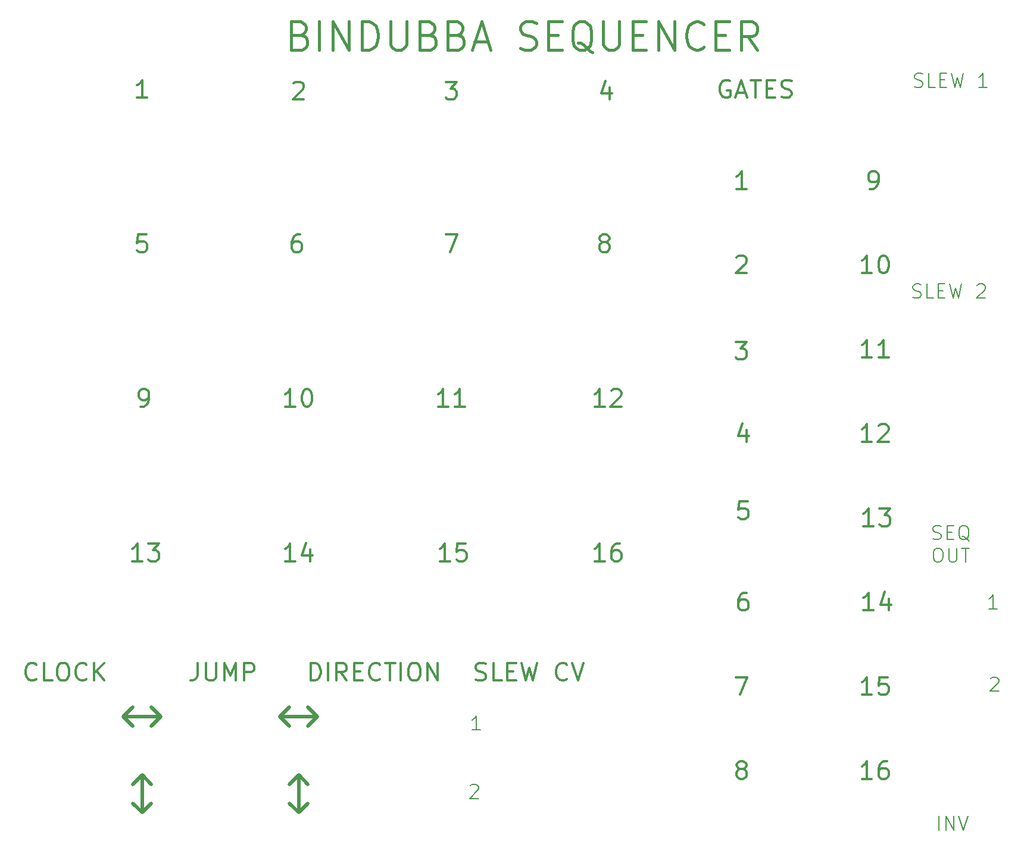
<source format=gbr>
G04 #@! TF.GenerationSoftware,KiCad,Pcbnew,(5.1.5-0)*
G04 #@! TF.CreationDate,2021-01-20T17:00:23-08:00*
G04 #@! TF.ProjectId,bindubba,62696e64-7562-4626-912e-6b696361645f,rev?*
G04 #@! TF.SameCoordinates,Original*
G04 #@! TF.FileFunction,Legend,Top*
G04 #@! TF.FilePolarity,Positive*
%FSLAX46Y46*%
G04 Gerber Fmt 4.6, Leading zero omitted, Abs format (unit mm)*
G04 Created by KiCad (PCBNEW (5.1.5-0)) date 2021-01-20 17:00:23*
%MOMM*%
%LPD*%
G04 APERTURE LIST*
%ADD10C,0.300000*%
%ADD11C,0.200000*%
%ADD12C,0.500000*%
%ADD13C,0.400000*%
G04 APERTURE END LIST*
D10*
X101809523Y-10500000D02*
X101571428Y-10380952D01*
X101214285Y-10380952D01*
X100857142Y-10500000D01*
X100619047Y-10738095D01*
X100500000Y-10976190D01*
X100380952Y-11452380D01*
X100380952Y-11809523D01*
X100500000Y-12285714D01*
X100619047Y-12523809D01*
X100857142Y-12761904D01*
X101214285Y-12880952D01*
X101452380Y-12880952D01*
X101809523Y-12761904D01*
X101928571Y-12642857D01*
X101928571Y-11809523D01*
X101452380Y-11809523D01*
X102880952Y-12166666D02*
X104071428Y-12166666D01*
X102642857Y-12880952D02*
X103476190Y-10380952D01*
X104309523Y-12880952D01*
X104785714Y-10380952D02*
X106214285Y-10380952D01*
X105500000Y-12880952D02*
X105500000Y-10380952D01*
X107047619Y-11571428D02*
X107880952Y-11571428D01*
X108238095Y-12880952D02*
X107047619Y-12880952D01*
X107047619Y-10380952D01*
X108238095Y-10380952D01*
X109190476Y-12761904D02*
X109547619Y-12880952D01*
X110142857Y-12880952D01*
X110380952Y-12761904D01*
X110500000Y-12642857D01*
X110619047Y-12404761D01*
X110619047Y-12166666D01*
X110500000Y-11928571D01*
X110380952Y-11809523D01*
X110142857Y-11690476D01*
X109666666Y-11571428D01*
X109428571Y-11452380D01*
X109309523Y-11333333D01*
X109190476Y-11095238D01*
X109190476Y-10857142D01*
X109309523Y-10619047D01*
X109428571Y-10500000D01*
X109666666Y-10380952D01*
X110261904Y-10380952D01*
X110619047Y-10500000D01*
D11*
X128107142Y-11309523D02*
X128392857Y-11404761D01*
X128869047Y-11404761D01*
X129059523Y-11309523D01*
X129154761Y-11214285D01*
X129250000Y-11023809D01*
X129250000Y-10833333D01*
X129154761Y-10642857D01*
X129059523Y-10547619D01*
X128869047Y-10452380D01*
X128488095Y-10357142D01*
X128297619Y-10261904D01*
X128202380Y-10166666D01*
X128107142Y-9976190D01*
X128107142Y-9785714D01*
X128202380Y-9595238D01*
X128297619Y-9500000D01*
X128488095Y-9404761D01*
X128964285Y-9404761D01*
X129250000Y-9500000D01*
X131059523Y-11404761D02*
X130107142Y-11404761D01*
X130107142Y-9404761D01*
X131726190Y-10357142D02*
X132392857Y-10357142D01*
X132678571Y-11404761D02*
X131726190Y-11404761D01*
X131726190Y-9404761D01*
X132678571Y-9404761D01*
X133345238Y-9404761D02*
X133821428Y-11404761D01*
X134202380Y-9976190D01*
X134583333Y-11404761D01*
X135059523Y-9404761D01*
X138392857Y-11404761D02*
X137250000Y-11404761D01*
X137821428Y-11404761D02*
X137821428Y-9404761D01*
X137630952Y-9690476D01*
X137440476Y-9880952D01*
X137250000Y-9976190D01*
X127857142Y-41309523D02*
X128142857Y-41404761D01*
X128619047Y-41404761D01*
X128809523Y-41309523D01*
X128904761Y-41214285D01*
X129000000Y-41023809D01*
X129000000Y-40833333D01*
X128904761Y-40642857D01*
X128809523Y-40547619D01*
X128619047Y-40452380D01*
X128238095Y-40357142D01*
X128047619Y-40261904D01*
X127952380Y-40166666D01*
X127857142Y-39976190D01*
X127857142Y-39785714D01*
X127952380Y-39595238D01*
X128047619Y-39500000D01*
X128238095Y-39404761D01*
X128714285Y-39404761D01*
X129000000Y-39500000D01*
X130809523Y-41404761D02*
X129857142Y-41404761D01*
X129857142Y-39404761D01*
X131476190Y-40357142D02*
X132142857Y-40357142D01*
X132428571Y-41404761D02*
X131476190Y-41404761D01*
X131476190Y-39404761D01*
X132428571Y-39404761D01*
X133095238Y-39404761D02*
X133571428Y-41404761D01*
X133952380Y-39976190D01*
X134333333Y-41404761D01*
X134809523Y-39404761D01*
X137000000Y-39595238D02*
X137095238Y-39500000D01*
X137285714Y-39404761D01*
X137761904Y-39404761D01*
X137952380Y-39500000D01*
X138047619Y-39595238D01*
X138142857Y-39785714D01*
X138142857Y-39976190D01*
X138047619Y-40261904D01*
X136904761Y-41404761D01*
X138142857Y-41404761D01*
X131595238Y-117154761D02*
X131595238Y-115154761D01*
X132547619Y-117154761D02*
X132547619Y-115154761D01*
X133690476Y-117154761D01*
X133690476Y-115154761D01*
X134357142Y-115154761D02*
X135023809Y-117154761D01*
X135690476Y-115154761D01*
X130726190Y-75709523D02*
X131011904Y-75804761D01*
X131488095Y-75804761D01*
X131678571Y-75709523D01*
X131773809Y-75614285D01*
X131869047Y-75423809D01*
X131869047Y-75233333D01*
X131773809Y-75042857D01*
X131678571Y-74947619D01*
X131488095Y-74852380D01*
X131107142Y-74757142D01*
X130916666Y-74661904D01*
X130821428Y-74566666D01*
X130726190Y-74376190D01*
X130726190Y-74185714D01*
X130821428Y-73995238D01*
X130916666Y-73900000D01*
X131107142Y-73804761D01*
X131583333Y-73804761D01*
X131869047Y-73900000D01*
X132726190Y-74757142D02*
X133392857Y-74757142D01*
X133678571Y-75804761D02*
X132726190Y-75804761D01*
X132726190Y-73804761D01*
X133678571Y-73804761D01*
X135869047Y-75995238D02*
X135678571Y-75900000D01*
X135488095Y-75709523D01*
X135202380Y-75423809D01*
X135011904Y-75328571D01*
X134821428Y-75328571D01*
X134916666Y-75804761D02*
X134726190Y-75709523D01*
X134535714Y-75519047D01*
X134440476Y-75138095D01*
X134440476Y-74471428D01*
X134535714Y-74090476D01*
X134726190Y-73900000D01*
X134916666Y-73804761D01*
X135297619Y-73804761D01*
X135488095Y-73900000D01*
X135678571Y-74090476D01*
X135773809Y-74471428D01*
X135773809Y-75138095D01*
X135678571Y-75519047D01*
X135488095Y-75709523D01*
X135297619Y-75804761D01*
X134916666Y-75804761D01*
X131250000Y-77004761D02*
X131630952Y-77004761D01*
X131821428Y-77100000D01*
X132011904Y-77290476D01*
X132107142Y-77671428D01*
X132107142Y-78338095D01*
X132011904Y-78719047D01*
X131821428Y-78909523D01*
X131630952Y-79004761D01*
X131250000Y-79004761D01*
X131059523Y-78909523D01*
X130869047Y-78719047D01*
X130773809Y-78338095D01*
X130773809Y-77671428D01*
X130869047Y-77290476D01*
X131059523Y-77100000D01*
X131250000Y-77004761D01*
X132964285Y-77004761D02*
X132964285Y-78623809D01*
X133059523Y-78814285D01*
X133154761Y-78909523D01*
X133345238Y-79004761D01*
X133726190Y-79004761D01*
X133916666Y-78909523D01*
X134011904Y-78814285D01*
X134107142Y-78623809D01*
X134107142Y-77004761D01*
X134773809Y-77004761D02*
X135916666Y-77004761D01*
X135345238Y-79004761D02*
X135345238Y-77004761D01*
X139821428Y-85654761D02*
X138678571Y-85654761D01*
X139250000Y-85654761D02*
X139250000Y-83654761D01*
X139059523Y-83940476D01*
X138869047Y-84130952D01*
X138678571Y-84226190D01*
X138928571Y-95595238D02*
X139023809Y-95500000D01*
X139214285Y-95404761D01*
X139690476Y-95404761D01*
X139880952Y-95500000D01*
X139976190Y-95595238D01*
X140071428Y-95785714D01*
X140071428Y-95976190D01*
X139976190Y-96261904D01*
X138833333Y-97404761D01*
X140071428Y-97404761D01*
D10*
X103261904Y-108452380D02*
X103023809Y-108333333D01*
X102904761Y-108214285D01*
X102785714Y-107976190D01*
X102785714Y-107857142D01*
X102904761Y-107619047D01*
X103023809Y-107500000D01*
X103261904Y-107380952D01*
X103738095Y-107380952D01*
X103976190Y-107500000D01*
X104095238Y-107619047D01*
X104214285Y-107857142D01*
X104214285Y-107976190D01*
X104095238Y-108214285D01*
X103976190Y-108333333D01*
X103738095Y-108452380D01*
X103261904Y-108452380D01*
X103023809Y-108571428D01*
X102904761Y-108690476D01*
X102785714Y-108928571D01*
X102785714Y-109404761D01*
X102904761Y-109642857D01*
X103023809Y-109761904D01*
X103261904Y-109880952D01*
X103738095Y-109880952D01*
X103976190Y-109761904D01*
X104095238Y-109642857D01*
X104214285Y-109404761D01*
X104214285Y-108928571D01*
X104095238Y-108690476D01*
X103976190Y-108571428D01*
X103738095Y-108452380D01*
X102666666Y-95380952D02*
X104333333Y-95380952D01*
X103261904Y-97880952D01*
X104226190Y-83380952D02*
X103750000Y-83380952D01*
X103511904Y-83500000D01*
X103392857Y-83619047D01*
X103154761Y-83976190D01*
X103035714Y-84452380D01*
X103035714Y-85404761D01*
X103154761Y-85642857D01*
X103273809Y-85761904D01*
X103511904Y-85880952D01*
X103988095Y-85880952D01*
X104226190Y-85761904D01*
X104345238Y-85642857D01*
X104464285Y-85404761D01*
X104464285Y-84809523D01*
X104345238Y-84571428D01*
X104226190Y-84452380D01*
X103988095Y-84333333D01*
X103511904Y-84333333D01*
X103273809Y-84452380D01*
X103154761Y-84571428D01*
X103035714Y-84809523D01*
X104345238Y-70380952D02*
X103154761Y-70380952D01*
X103035714Y-71571428D01*
X103154761Y-71452380D01*
X103392857Y-71333333D01*
X103988095Y-71333333D01*
X104226190Y-71452380D01*
X104345238Y-71571428D01*
X104464285Y-71809523D01*
X104464285Y-72404761D01*
X104345238Y-72642857D01*
X104226190Y-72761904D01*
X103988095Y-72880952D01*
X103392857Y-72880952D01*
X103154761Y-72761904D01*
X103035714Y-72642857D01*
X104226190Y-60214285D02*
X104226190Y-61880952D01*
X103630952Y-59261904D02*
X103035714Y-61047619D01*
X104583333Y-61047619D01*
X102666666Y-47630952D02*
X104214285Y-47630952D01*
X103380952Y-48583333D01*
X103738095Y-48583333D01*
X103976190Y-48702380D01*
X104095238Y-48821428D01*
X104214285Y-49059523D01*
X104214285Y-49654761D01*
X104095238Y-49892857D01*
X103976190Y-50011904D01*
X103738095Y-50130952D01*
X103023809Y-50130952D01*
X102785714Y-50011904D01*
X102666666Y-49892857D01*
X102785714Y-35619047D02*
X102904761Y-35500000D01*
X103142857Y-35380952D01*
X103738095Y-35380952D01*
X103976190Y-35500000D01*
X104095238Y-35619047D01*
X104214285Y-35857142D01*
X104214285Y-36095238D01*
X104095238Y-36452380D01*
X102666666Y-37880952D01*
X104214285Y-37880952D01*
X104214285Y-25880952D02*
X102785714Y-25880952D01*
X103500000Y-25880952D02*
X103500000Y-23380952D01*
X103261904Y-23738095D01*
X103023809Y-23976190D01*
X102785714Y-24095238D01*
X121773809Y-25880952D02*
X122250000Y-25880952D01*
X122488095Y-25761904D01*
X122607142Y-25642857D01*
X122845238Y-25285714D01*
X122964285Y-24809523D01*
X122964285Y-23857142D01*
X122845238Y-23619047D01*
X122726190Y-23500000D01*
X122488095Y-23380952D01*
X122011904Y-23380952D01*
X121773809Y-23500000D01*
X121654761Y-23619047D01*
X121535714Y-23857142D01*
X121535714Y-24452380D01*
X121654761Y-24690476D01*
X121773809Y-24809523D01*
X122011904Y-24928571D01*
X122488095Y-24928571D01*
X122726190Y-24809523D01*
X122845238Y-24690476D01*
X122964285Y-24452380D01*
X122023809Y-37880952D02*
X120595238Y-37880952D01*
X121309523Y-37880952D02*
X121309523Y-35380952D01*
X121071428Y-35738095D01*
X120833333Y-35976190D01*
X120595238Y-36095238D01*
X123571428Y-35380952D02*
X123809523Y-35380952D01*
X124047619Y-35500000D01*
X124166666Y-35619047D01*
X124285714Y-35857142D01*
X124404761Y-36333333D01*
X124404761Y-36928571D01*
X124285714Y-37404761D01*
X124166666Y-37642857D01*
X124047619Y-37761904D01*
X123809523Y-37880952D01*
X123571428Y-37880952D01*
X123333333Y-37761904D01*
X123214285Y-37642857D01*
X123095238Y-37404761D01*
X122976190Y-36928571D01*
X122976190Y-36333333D01*
X123095238Y-35857142D01*
X123214285Y-35619047D01*
X123333333Y-35500000D01*
X123571428Y-35380952D01*
X122023809Y-49880952D02*
X120595238Y-49880952D01*
X121309523Y-49880952D02*
X121309523Y-47380952D01*
X121071428Y-47738095D01*
X120833333Y-47976190D01*
X120595238Y-48095238D01*
X124404761Y-49880952D02*
X122976190Y-49880952D01*
X123690476Y-49880952D02*
X123690476Y-47380952D01*
X123452380Y-47738095D01*
X123214285Y-47976190D01*
X122976190Y-48095238D01*
X122023809Y-61880952D02*
X120595238Y-61880952D01*
X121309523Y-61880952D02*
X121309523Y-59380952D01*
X121071428Y-59738095D01*
X120833333Y-59976190D01*
X120595238Y-60095238D01*
X122976190Y-59619047D02*
X123095238Y-59500000D01*
X123333333Y-59380952D01*
X123928571Y-59380952D01*
X124166666Y-59500000D01*
X124285714Y-59619047D01*
X124404761Y-59857142D01*
X124404761Y-60095238D01*
X124285714Y-60452380D01*
X122857142Y-61880952D01*
X124404761Y-61880952D01*
X122273809Y-73880952D02*
X120845238Y-73880952D01*
X121559523Y-73880952D02*
X121559523Y-71380952D01*
X121321428Y-71738095D01*
X121083333Y-71976190D01*
X120845238Y-72095238D01*
X123107142Y-71380952D02*
X124654761Y-71380952D01*
X123821428Y-72333333D01*
X124178571Y-72333333D01*
X124416666Y-72452380D01*
X124535714Y-72571428D01*
X124654761Y-72809523D01*
X124654761Y-73404761D01*
X124535714Y-73642857D01*
X124416666Y-73761904D01*
X124178571Y-73880952D01*
X123464285Y-73880952D01*
X123226190Y-73761904D01*
X123107142Y-73642857D01*
X122273809Y-85880952D02*
X120845238Y-85880952D01*
X121559523Y-85880952D02*
X121559523Y-83380952D01*
X121321428Y-83738095D01*
X121083333Y-83976190D01*
X120845238Y-84095238D01*
X124416666Y-84214285D02*
X124416666Y-85880952D01*
X123821428Y-83261904D02*
X123226190Y-85047619D01*
X124773809Y-85047619D01*
X122023809Y-97880952D02*
X120595238Y-97880952D01*
X121309523Y-97880952D02*
X121309523Y-95380952D01*
X121071428Y-95738095D01*
X120833333Y-95976190D01*
X120595238Y-96095238D01*
X124285714Y-95380952D02*
X123095238Y-95380952D01*
X122976190Y-96571428D01*
X123095238Y-96452380D01*
X123333333Y-96333333D01*
X123928571Y-96333333D01*
X124166666Y-96452380D01*
X124285714Y-96571428D01*
X124404761Y-96809523D01*
X124404761Y-97404761D01*
X124285714Y-97642857D01*
X124166666Y-97761904D01*
X123928571Y-97880952D01*
X123333333Y-97880952D01*
X123095238Y-97761904D01*
X122976190Y-97642857D01*
X122023809Y-109880952D02*
X120595238Y-109880952D01*
X121309523Y-109880952D02*
X121309523Y-107380952D01*
X121071428Y-107738095D01*
X120833333Y-107976190D01*
X120595238Y-108095238D01*
X124166666Y-107380952D02*
X123690476Y-107380952D01*
X123452380Y-107500000D01*
X123333333Y-107619047D01*
X123095238Y-107976190D01*
X122976190Y-108452380D01*
X122976190Y-109404761D01*
X123095238Y-109642857D01*
X123214285Y-109761904D01*
X123452380Y-109880952D01*
X123928571Y-109880952D01*
X124166666Y-109761904D01*
X124285714Y-109642857D01*
X124404761Y-109404761D01*
X124404761Y-108809523D01*
X124285714Y-108571428D01*
X124166666Y-108452380D01*
X123928571Y-108333333D01*
X123452380Y-108333333D01*
X123214285Y-108452380D01*
X123095238Y-108571428D01*
X122976190Y-108809523D01*
D12*
X18250000Y-114666666D02*
X18250000Y-109333333D01*
X19583333Y-110666666D02*
X18250000Y-109333333D01*
X16916666Y-110666666D01*
X16916666Y-113333333D02*
X18250000Y-114666666D01*
X19583333Y-113333333D01*
X40500000Y-114666666D02*
X40500000Y-109333333D01*
X41833333Y-110666666D02*
X40500000Y-109333333D01*
X39166666Y-110666666D01*
X39166666Y-113333333D02*
X40500000Y-114666666D01*
X41833333Y-113333333D01*
X37833333Y-101000000D02*
X43166666Y-101000000D01*
X41833333Y-102333333D02*
X43166666Y-101000000D01*
X41833333Y-99666666D01*
X39166666Y-99666666D02*
X37833333Y-101000000D01*
X39166666Y-102333333D01*
X15583333Y-101000000D02*
X20916666Y-101000000D01*
X19583333Y-102333333D02*
X20916666Y-101000000D01*
X19583333Y-99666666D01*
X16916666Y-99666666D02*
X15583333Y-101000000D01*
X16916666Y-102333333D01*
D11*
X64928571Y-110845238D02*
X65023809Y-110750000D01*
X65214285Y-110654761D01*
X65690476Y-110654761D01*
X65880952Y-110750000D01*
X65976190Y-110845238D01*
X66071428Y-111035714D01*
X66071428Y-111226190D01*
X65976190Y-111511904D01*
X64833333Y-112654761D01*
X66071428Y-112654761D01*
X66321428Y-102904761D02*
X65178571Y-102904761D01*
X65750000Y-102904761D02*
X65750000Y-100904761D01*
X65559523Y-101190476D01*
X65369047Y-101380952D01*
X65178571Y-101476190D01*
D10*
X65690476Y-95761904D02*
X66047619Y-95880952D01*
X66642857Y-95880952D01*
X66880952Y-95761904D01*
X67000000Y-95642857D01*
X67119047Y-95404761D01*
X67119047Y-95166666D01*
X67000000Y-94928571D01*
X66880952Y-94809523D01*
X66642857Y-94690476D01*
X66166666Y-94571428D01*
X65928571Y-94452380D01*
X65809523Y-94333333D01*
X65690476Y-94095238D01*
X65690476Y-93857142D01*
X65809523Y-93619047D01*
X65928571Y-93500000D01*
X66166666Y-93380952D01*
X66761904Y-93380952D01*
X67119047Y-93500000D01*
X69380952Y-95880952D02*
X68190476Y-95880952D01*
X68190476Y-93380952D01*
X70214285Y-94571428D02*
X71047619Y-94571428D01*
X71404761Y-95880952D02*
X70214285Y-95880952D01*
X70214285Y-93380952D01*
X71404761Y-93380952D01*
X72238095Y-93380952D02*
X72833333Y-95880952D01*
X73309523Y-94095238D01*
X73785714Y-95880952D01*
X74380952Y-93380952D01*
X78666666Y-95642857D02*
X78547619Y-95761904D01*
X78190476Y-95880952D01*
X77952380Y-95880952D01*
X77595238Y-95761904D01*
X77357142Y-95523809D01*
X77238095Y-95285714D01*
X77119047Y-94809523D01*
X77119047Y-94452380D01*
X77238095Y-93976190D01*
X77357142Y-93738095D01*
X77595238Y-93500000D01*
X77952380Y-93380952D01*
X78190476Y-93380952D01*
X78547619Y-93500000D01*
X78666666Y-93619047D01*
X79380952Y-93380952D02*
X80214285Y-95880952D01*
X81047619Y-93380952D01*
X42202380Y-95880952D02*
X42202380Y-93380952D01*
X42797619Y-93380952D01*
X43154761Y-93500000D01*
X43392857Y-93738095D01*
X43511904Y-93976190D01*
X43630952Y-94452380D01*
X43630952Y-94809523D01*
X43511904Y-95285714D01*
X43392857Y-95523809D01*
X43154761Y-95761904D01*
X42797619Y-95880952D01*
X42202380Y-95880952D01*
X44702380Y-95880952D02*
X44702380Y-93380952D01*
X47321428Y-95880952D02*
X46488095Y-94690476D01*
X45892857Y-95880952D02*
X45892857Y-93380952D01*
X46845238Y-93380952D01*
X47083333Y-93500000D01*
X47202380Y-93619047D01*
X47321428Y-93857142D01*
X47321428Y-94214285D01*
X47202380Y-94452380D01*
X47083333Y-94571428D01*
X46845238Y-94690476D01*
X45892857Y-94690476D01*
X48392857Y-94571428D02*
X49226190Y-94571428D01*
X49583333Y-95880952D02*
X48392857Y-95880952D01*
X48392857Y-93380952D01*
X49583333Y-93380952D01*
X52083333Y-95642857D02*
X51964285Y-95761904D01*
X51607142Y-95880952D01*
X51369047Y-95880952D01*
X51011904Y-95761904D01*
X50773809Y-95523809D01*
X50654761Y-95285714D01*
X50535714Y-94809523D01*
X50535714Y-94452380D01*
X50654761Y-93976190D01*
X50773809Y-93738095D01*
X51011904Y-93500000D01*
X51369047Y-93380952D01*
X51607142Y-93380952D01*
X51964285Y-93500000D01*
X52083333Y-93619047D01*
X52797619Y-93380952D02*
X54226190Y-93380952D01*
X53511904Y-95880952D02*
X53511904Y-93380952D01*
X55059523Y-95880952D02*
X55059523Y-93380952D01*
X56726190Y-93380952D02*
X57202380Y-93380952D01*
X57440476Y-93500000D01*
X57678571Y-93738095D01*
X57797619Y-94214285D01*
X57797619Y-95047619D01*
X57678571Y-95523809D01*
X57440476Y-95761904D01*
X57202380Y-95880952D01*
X56726190Y-95880952D01*
X56488095Y-95761904D01*
X56250000Y-95523809D01*
X56130952Y-95047619D01*
X56130952Y-94214285D01*
X56250000Y-93738095D01*
X56488095Y-93500000D01*
X56726190Y-93380952D01*
X58869047Y-95880952D02*
X58869047Y-93380952D01*
X60297619Y-95880952D01*
X60297619Y-93380952D01*
X26119047Y-93380952D02*
X26119047Y-95166666D01*
X26000000Y-95523809D01*
X25761904Y-95761904D01*
X25404761Y-95880952D01*
X25166666Y-95880952D01*
X27309523Y-93380952D02*
X27309523Y-95404761D01*
X27428571Y-95642857D01*
X27547619Y-95761904D01*
X27785714Y-95880952D01*
X28261904Y-95880952D01*
X28500000Y-95761904D01*
X28619047Y-95642857D01*
X28738095Y-95404761D01*
X28738095Y-93380952D01*
X29928571Y-95880952D02*
X29928571Y-93380952D01*
X30761904Y-95166666D01*
X31595238Y-93380952D01*
X31595238Y-95880952D01*
X32785714Y-95880952D02*
X32785714Y-93380952D01*
X33738095Y-93380952D01*
X33976190Y-93500000D01*
X34095238Y-93619047D01*
X34214285Y-93857142D01*
X34214285Y-94214285D01*
X34095238Y-94452380D01*
X33976190Y-94571428D01*
X33738095Y-94690476D01*
X32785714Y-94690476D01*
X3202380Y-95642857D02*
X3083333Y-95761904D01*
X2726190Y-95880952D01*
X2488095Y-95880952D01*
X2130952Y-95761904D01*
X1892857Y-95523809D01*
X1773809Y-95285714D01*
X1654761Y-94809523D01*
X1654761Y-94452380D01*
X1773809Y-93976190D01*
X1892857Y-93738095D01*
X2130952Y-93500000D01*
X2488095Y-93380952D01*
X2726190Y-93380952D01*
X3083333Y-93500000D01*
X3202380Y-93619047D01*
X5464285Y-95880952D02*
X4273809Y-95880952D01*
X4273809Y-93380952D01*
X6773809Y-93380952D02*
X7250000Y-93380952D01*
X7488095Y-93500000D01*
X7726190Y-93738095D01*
X7845238Y-94214285D01*
X7845238Y-95047619D01*
X7726190Y-95523809D01*
X7488095Y-95761904D01*
X7250000Y-95880952D01*
X6773809Y-95880952D01*
X6535714Y-95761904D01*
X6297619Y-95523809D01*
X6178571Y-95047619D01*
X6178571Y-94214285D01*
X6297619Y-93738095D01*
X6535714Y-93500000D01*
X6773809Y-93380952D01*
X10345238Y-95642857D02*
X10226190Y-95761904D01*
X9869047Y-95880952D01*
X9630952Y-95880952D01*
X9273809Y-95761904D01*
X9035714Y-95523809D01*
X8916666Y-95285714D01*
X8797619Y-94809523D01*
X8797619Y-94452380D01*
X8916666Y-93976190D01*
X9035714Y-93738095D01*
X9273809Y-93500000D01*
X9630952Y-93380952D01*
X9869047Y-93380952D01*
X10226190Y-93500000D01*
X10345238Y-93619047D01*
X11416666Y-95880952D02*
X11416666Y-93380952D01*
X12845238Y-95880952D02*
X11773809Y-94452380D01*
X12845238Y-93380952D02*
X11416666Y-94809523D01*
X84023809Y-78880952D02*
X82595238Y-78880952D01*
X83309523Y-78880952D02*
X83309523Y-76380952D01*
X83071428Y-76738095D01*
X82833333Y-76976190D01*
X82595238Y-77095238D01*
X86166666Y-76380952D02*
X85690476Y-76380952D01*
X85452380Y-76500000D01*
X85333333Y-76619047D01*
X85095238Y-76976190D01*
X84976190Y-77452380D01*
X84976190Y-78404761D01*
X85095238Y-78642857D01*
X85214285Y-78761904D01*
X85452380Y-78880952D01*
X85928571Y-78880952D01*
X86166666Y-78761904D01*
X86285714Y-78642857D01*
X86404761Y-78404761D01*
X86404761Y-77809523D01*
X86285714Y-77571428D01*
X86166666Y-77452380D01*
X85928571Y-77333333D01*
X85452380Y-77333333D01*
X85214285Y-77452380D01*
X85095238Y-77571428D01*
X84976190Y-77809523D01*
X62023809Y-78880952D02*
X60595238Y-78880952D01*
X61309523Y-78880952D02*
X61309523Y-76380952D01*
X61071428Y-76738095D01*
X60833333Y-76976190D01*
X60595238Y-77095238D01*
X64285714Y-76380952D02*
X63095238Y-76380952D01*
X62976190Y-77571428D01*
X63095238Y-77452380D01*
X63333333Y-77333333D01*
X63928571Y-77333333D01*
X64166666Y-77452380D01*
X64285714Y-77571428D01*
X64404761Y-77809523D01*
X64404761Y-78404761D01*
X64285714Y-78642857D01*
X64166666Y-78761904D01*
X63928571Y-78880952D01*
X63333333Y-78880952D01*
X63095238Y-78761904D01*
X62976190Y-78642857D01*
X40023809Y-78880952D02*
X38595238Y-78880952D01*
X39309523Y-78880952D02*
X39309523Y-76380952D01*
X39071428Y-76738095D01*
X38833333Y-76976190D01*
X38595238Y-77095238D01*
X42166666Y-77214285D02*
X42166666Y-78880952D01*
X41571428Y-76261904D02*
X40976190Y-78047619D01*
X42523809Y-78047619D01*
X18273809Y-78880952D02*
X16845238Y-78880952D01*
X17559523Y-78880952D02*
X17559523Y-76380952D01*
X17321428Y-76738095D01*
X17083333Y-76976190D01*
X16845238Y-77095238D01*
X19107142Y-76380952D02*
X20654761Y-76380952D01*
X19821428Y-77333333D01*
X20178571Y-77333333D01*
X20416666Y-77452380D01*
X20535714Y-77571428D01*
X20654761Y-77809523D01*
X20654761Y-78404761D01*
X20535714Y-78642857D01*
X20416666Y-78761904D01*
X20178571Y-78880952D01*
X19464285Y-78880952D01*
X19226190Y-78761904D01*
X19107142Y-78642857D01*
X84023809Y-56880952D02*
X82595238Y-56880952D01*
X83309523Y-56880952D02*
X83309523Y-54380952D01*
X83071428Y-54738095D01*
X82833333Y-54976190D01*
X82595238Y-55095238D01*
X84976190Y-54619047D02*
X85095238Y-54500000D01*
X85333333Y-54380952D01*
X85928571Y-54380952D01*
X86166666Y-54500000D01*
X86285714Y-54619047D01*
X86404761Y-54857142D01*
X86404761Y-55095238D01*
X86285714Y-55452380D01*
X84857142Y-56880952D01*
X86404761Y-56880952D01*
X61773809Y-56880952D02*
X60345238Y-56880952D01*
X61059523Y-56880952D02*
X61059523Y-54380952D01*
X60821428Y-54738095D01*
X60583333Y-54976190D01*
X60345238Y-55095238D01*
X64154761Y-56880952D02*
X62726190Y-56880952D01*
X63440476Y-56880952D02*
X63440476Y-54380952D01*
X63202380Y-54738095D01*
X62964285Y-54976190D01*
X62726190Y-55095238D01*
X40023809Y-56880952D02*
X38595238Y-56880952D01*
X39309523Y-56880952D02*
X39309523Y-54380952D01*
X39071428Y-54738095D01*
X38833333Y-54976190D01*
X38595238Y-55095238D01*
X41571428Y-54380952D02*
X41809523Y-54380952D01*
X42047619Y-54500000D01*
X42166666Y-54619047D01*
X42285714Y-54857142D01*
X42404761Y-55333333D01*
X42404761Y-55928571D01*
X42285714Y-56404761D01*
X42166666Y-56642857D01*
X42047619Y-56761904D01*
X41809523Y-56880952D01*
X41571428Y-56880952D01*
X41333333Y-56761904D01*
X41214285Y-56642857D01*
X41095238Y-56404761D01*
X40976190Y-55928571D01*
X40976190Y-55333333D01*
X41095238Y-54857142D01*
X41214285Y-54619047D01*
X41333333Y-54500000D01*
X41571428Y-54380952D01*
X18023809Y-56880952D02*
X18500000Y-56880952D01*
X18738095Y-56761904D01*
X18857142Y-56642857D01*
X19095238Y-56285714D01*
X19214285Y-55809523D01*
X19214285Y-54857142D01*
X19095238Y-54619047D01*
X18976190Y-54500000D01*
X18738095Y-54380952D01*
X18261904Y-54380952D01*
X18023809Y-54500000D01*
X17904761Y-54619047D01*
X17785714Y-54857142D01*
X17785714Y-55452380D01*
X17904761Y-55690476D01*
X18023809Y-55809523D01*
X18261904Y-55928571D01*
X18738095Y-55928571D01*
X18976190Y-55809523D01*
X19095238Y-55690476D01*
X19214285Y-55452380D01*
X83761904Y-33452380D02*
X83523809Y-33333333D01*
X83404761Y-33214285D01*
X83285714Y-32976190D01*
X83285714Y-32857142D01*
X83404761Y-32619047D01*
X83523809Y-32500000D01*
X83761904Y-32380952D01*
X84238095Y-32380952D01*
X84476190Y-32500000D01*
X84595238Y-32619047D01*
X84714285Y-32857142D01*
X84714285Y-32976190D01*
X84595238Y-33214285D01*
X84476190Y-33333333D01*
X84238095Y-33452380D01*
X83761904Y-33452380D01*
X83523809Y-33571428D01*
X83404761Y-33690476D01*
X83285714Y-33928571D01*
X83285714Y-34404761D01*
X83404761Y-34642857D01*
X83523809Y-34761904D01*
X83761904Y-34880952D01*
X84238095Y-34880952D01*
X84476190Y-34761904D01*
X84595238Y-34642857D01*
X84714285Y-34404761D01*
X84714285Y-33928571D01*
X84595238Y-33690476D01*
X84476190Y-33571428D01*
X84238095Y-33452380D01*
X61416666Y-32380952D02*
X63083333Y-32380952D01*
X62011904Y-34880952D01*
X40726190Y-32380952D02*
X40250000Y-32380952D01*
X40011904Y-32500000D01*
X39892857Y-32619047D01*
X39654761Y-32976190D01*
X39535714Y-33452380D01*
X39535714Y-34404761D01*
X39654761Y-34642857D01*
X39773809Y-34761904D01*
X40011904Y-34880952D01*
X40488095Y-34880952D01*
X40726190Y-34761904D01*
X40845238Y-34642857D01*
X40964285Y-34404761D01*
X40964285Y-33809523D01*
X40845238Y-33571428D01*
X40726190Y-33452380D01*
X40488095Y-33333333D01*
X40011904Y-33333333D01*
X39773809Y-33452380D01*
X39654761Y-33571428D01*
X39535714Y-33809523D01*
X18845238Y-32380952D02*
X17654761Y-32380952D01*
X17535714Y-33571428D01*
X17654761Y-33452380D01*
X17892857Y-33333333D01*
X18488095Y-33333333D01*
X18726190Y-33452380D01*
X18845238Y-33571428D01*
X18964285Y-33809523D01*
X18964285Y-34404761D01*
X18845238Y-34642857D01*
X18726190Y-34761904D01*
X18488095Y-34880952D01*
X17892857Y-34880952D01*
X17654761Y-34761904D01*
X17535714Y-34642857D01*
X84726190Y-11464285D02*
X84726190Y-13130952D01*
X84130952Y-10511904D02*
X83535714Y-12297619D01*
X85083333Y-12297619D01*
X61416666Y-10630952D02*
X62964285Y-10630952D01*
X62130952Y-11583333D01*
X62488095Y-11583333D01*
X62726190Y-11702380D01*
X62845238Y-11821428D01*
X62964285Y-12059523D01*
X62964285Y-12654761D01*
X62845238Y-12892857D01*
X62726190Y-13011904D01*
X62488095Y-13130952D01*
X61773809Y-13130952D01*
X61535714Y-13011904D01*
X61416666Y-12892857D01*
X39785714Y-10869047D02*
X39904761Y-10750000D01*
X40142857Y-10630952D01*
X40738095Y-10630952D01*
X40976190Y-10750000D01*
X41095238Y-10869047D01*
X41214285Y-11107142D01*
X41214285Y-11345238D01*
X41095238Y-11702380D01*
X39666666Y-13130952D01*
X41214285Y-13130952D01*
D13*
X40785714Y-3964285D02*
X41357142Y-4154761D01*
X41547619Y-4345238D01*
X41738095Y-4726190D01*
X41738095Y-5297619D01*
X41547619Y-5678571D01*
X41357142Y-5869047D01*
X40976190Y-6059523D01*
X39452380Y-6059523D01*
X39452380Y-2059523D01*
X40785714Y-2059523D01*
X41166666Y-2250000D01*
X41357142Y-2440476D01*
X41547619Y-2821428D01*
X41547619Y-3202380D01*
X41357142Y-3583333D01*
X41166666Y-3773809D01*
X40785714Y-3964285D01*
X39452380Y-3964285D01*
X43452380Y-6059523D02*
X43452380Y-2059523D01*
X45357142Y-6059523D02*
X45357142Y-2059523D01*
X47642857Y-6059523D01*
X47642857Y-2059523D01*
X49547619Y-6059523D02*
X49547619Y-2059523D01*
X50500000Y-2059523D01*
X51071428Y-2250000D01*
X51452380Y-2630952D01*
X51642857Y-3011904D01*
X51833333Y-3773809D01*
X51833333Y-4345238D01*
X51642857Y-5107142D01*
X51452380Y-5488095D01*
X51071428Y-5869047D01*
X50500000Y-6059523D01*
X49547619Y-6059523D01*
X53547619Y-2059523D02*
X53547619Y-5297619D01*
X53738095Y-5678571D01*
X53928571Y-5869047D01*
X54309523Y-6059523D01*
X55071428Y-6059523D01*
X55452380Y-5869047D01*
X55642857Y-5678571D01*
X55833333Y-5297619D01*
X55833333Y-2059523D01*
X59071428Y-3964285D02*
X59642857Y-4154761D01*
X59833333Y-4345238D01*
X60023809Y-4726190D01*
X60023809Y-5297619D01*
X59833333Y-5678571D01*
X59642857Y-5869047D01*
X59261904Y-6059523D01*
X57738095Y-6059523D01*
X57738095Y-2059523D01*
X59071428Y-2059523D01*
X59452380Y-2250000D01*
X59642857Y-2440476D01*
X59833333Y-2821428D01*
X59833333Y-3202380D01*
X59642857Y-3583333D01*
X59452380Y-3773809D01*
X59071428Y-3964285D01*
X57738095Y-3964285D01*
X63071428Y-3964285D02*
X63642857Y-4154761D01*
X63833333Y-4345238D01*
X64023809Y-4726190D01*
X64023809Y-5297619D01*
X63833333Y-5678571D01*
X63642857Y-5869047D01*
X63261904Y-6059523D01*
X61738095Y-6059523D01*
X61738095Y-2059523D01*
X63071428Y-2059523D01*
X63452380Y-2250000D01*
X63642857Y-2440476D01*
X63833333Y-2821428D01*
X63833333Y-3202380D01*
X63642857Y-3583333D01*
X63452380Y-3773809D01*
X63071428Y-3964285D01*
X61738095Y-3964285D01*
X65547619Y-4916666D02*
X67452380Y-4916666D01*
X65166666Y-6059523D02*
X66500000Y-2059523D01*
X67833333Y-6059523D01*
X72023809Y-5869047D02*
X72595238Y-6059523D01*
X73547619Y-6059523D01*
X73928571Y-5869047D01*
X74119047Y-5678571D01*
X74309523Y-5297619D01*
X74309523Y-4916666D01*
X74119047Y-4535714D01*
X73928571Y-4345238D01*
X73547619Y-4154761D01*
X72785714Y-3964285D01*
X72404761Y-3773809D01*
X72214285Y-3583333D01*
X72023809Y-3202380D01*
X72023809Y-2821428D01*
X72214285Y-2440476D01*
X72404761Y-2250000D01*
X72785714Y-2059523D01*
X73738095Y-2059523D01*
X74309523Y-2250000D01*
X76023809Y-3964285D02*
X77357142Y-3964285D01*
X77928571Y-6059523D02*
X76023809Y-6059523D01*
X76023809Y-2059523D01*
X77928571Y-2059523D01*
X82309523Y-6440476D02*
X81928571Y-6250000D01*
X81547619Y-5869047D01*
X80976190Y-5297619D01*
X80595238Y-5107142D01*
X80214285Y-5107142D01*
X80404761Y-6059523D02*
X80023809Y-5869047D01*
X79642857Y-5488095D01*
X79452380Y-4726190D01*
X79452380Y-3392857D01*
X79642857Y-2630952D01*
X80023809Y-2250000D01*
X80404761Y-2059523D01*
X81166666Y-2059523D01*
X81547619Y-2250000D01*
X81928571Y-2630952D01*
X82119047Y-3392857D01*
X82119047Y-4726190D01*
X81928571Y-5488095D01*
X81547619Y-5869047D01*
X81166666Y-6059523D01*
X80404761Y-6059523D01*
X83833333Y-2059523D02*
X83833333Y-5297619D01*
X84023809Y-5678571D01*
X84214285Y-5869047D01*
X84595238Y-6059523D01*
X85357142Y-6059523D01*
X85738095Y-5869047D01*
X85928571Y-5678571D01*
X86119047Y-5297619D01*
X86119047Y-2059523D01*
X88023809Y-3964285D02*
X89357142Y-3964285D01*
X89928571Y-6059523D02*
X88023809Y-6059523D01*
X88023809Y-2059523D01*
X89928571Y-2059523D01*
X91642857Y-6059523D02*
X91642857Y-2059523D01*
X93928571Y-6059523D01*
X93928571Y-2059523D01*
X98119047Y-5678571D02*
X97928571Y-5869047D01*
X97357142Y-6059523D01*
X96976190Y-6059523D01*
X96404761Y-5869047D01*
X96023809Y-5488095D01*
X95833333Y-5107142D01*
X95642857Y-4345238D01*
X95642857Y-3773809D01*
X95833333Y-3011904D01*
X96023809Y-2630952D01*
X96404761Y-2250000D01*
X96976190Y-2059523D01*
X97357142Y-2059523D01*
X97928571Y-2250000D01*
X98119047Y-2440476D01*
X99833333Y-3964285D02*
X101166666Y-3964285D01*
X101738095Y-6059523D02*
X99833333Y-6059523D01*
X99833333Y-2059523D01*
X101738095Y-2059523D01*
X105738095Y-6059523D02*
X104404761Y-4154761D01*
X103452380Y-6059523D02*
X103452380Y-2059523D01*
X104976190Y-2059523D01*
X105357142Y-2250000D01*
X105547619Y-2440476D01*
X105738095Y-2821428D01*
X105738095Y-3392857D01*
X105547619Y-3773809D01*
X105357142Y-3964285D01*
X104976190Y-4154761D01*
X103452380Y-4154761D01*
D10*
X18964285Y-12880952D02*
X17535714Y-12880952D01*
X18250000Y-12880952D02*
X18250000Y-10380952D01*
X18011904Y-10738095D01*
X17773809Y-10976190D01*
X17535714Y-11095238D01*
M02*

</source>
